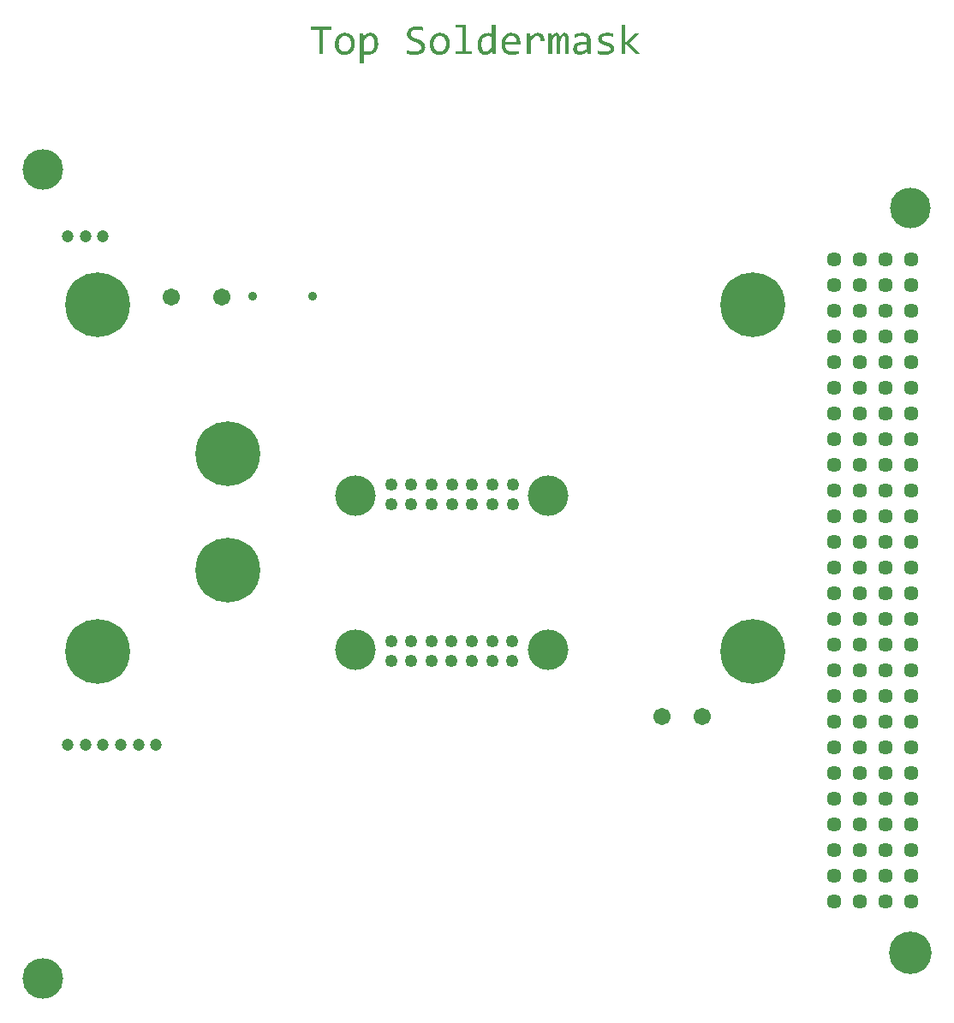
<source format=gts>
G04 Layer_Color=8388736*
%FSLAX25Y25*%
%MOIN*%
G70*
G01*
G75*
%ADD13C,0.15748*%
%ADD16C,0.04921*%
%ADD17C,0.03543*%
%ADD27C,0.04737*%
%ADD28C,0.16548*%
%ADD29C,0.15800*%
%ADD30C,0.25200*%
%ADD31C,0.05721*%
%ADD32C,0.06706*%
G36*
X-23302Y237941D02*
X-26472D01*
Y228466D01*
X-27948D01*
Y237941D01*
X-31118D01*
Y239179D01*
X-23302D01*
Y237941D01*
D02*
G37*
G36*
X47082Y236829D02*
X47282Y236811D01*
X47519Y236774D01*
X47774Y236738D01*
X48030Y236665D01*
X48285Y236574D01*
X48321Y236556D01*
X48394Y236519D01*
X48521Y236465D01*
X48685Y236374D01*
X48849Y236264D01*
X49050Y236137D01*
X49232Y235973D01*
X49414Y235791D01*
X49432Y235772D01*
X49487Y235700D01*
X49578Y235590D01*
X49669Y235463D01*
X49779Y235280D01*
X49906Y235080D01*
X50015Y234843D01*
X50107Y234588D01*
X50125Y234552D01*
X50143Y234460D01*
X50179Y234315D01*
X50234Y234133D01*
X50270Y233896D01*
X50307Y233641D01*
X50325Y233349D01*
X50343Y233021D01*
Y233003D01*
Y232966D01*
Y232912D01*
Y232839D01*
Y232675D01*
X50325Y232493D01*
Y232456D01*
Y232365D01*
Y232256D01*
X50307Y232128D01*
X44531D01*
Y232110D01*
Y232074D01*
Y232001D01*
X44550Y231928D01*
Y231819D01*
X44568Y231691D01*
X44622Y231399D01*
X44695Y231090D01*
X44823Y230762D01*
X44987Y230452D01*
X45224Y230179D01*
X45260Y230142D01*
X45351Y230069D01*
X45515Y229960D01*
X45752Y229851D01*
X46044Y229723D01*
X46390Y229614D01*
X46791Y229541D01*
X47264Y229505D01*
X47720D01*
X47975Y229523D01*
X48030D01*
X48102Y229541D01*
X48193D01*
X48430Y229577D01*
X48667Y229596D01*
X48685D01*
X48722Y229614D01*
X48795D01*
X48886Y229632D01*
X49086Y229669D01*
X49323Y229705D01*
X49341D01*
X49378Y229723D01*
X49432Y229742D01*
X49505Y229760D01*
X49706Y229796D01*
X49906Y229851D01*
Y228685D01*
X49888D01*
X49797Y228666D01*
X49687Y228630D01*
X49523Y228594D01*
X49323Y228557D01*
X49104Y228503D01*
X48849Y228466D01*
X48576Y228430D01*
X48540D01*
X48449Y228412D01*
X48303Y228393D01*
X48121Y228375D01*
X47884Y228357D01*
X47629Y228339D01*
X47355Y228320D01*
X46882D01*
X46681Y228339D01*
X46444Y228357D01*
X46153Y228393D01*
X45843Y228430D01*
X45533Y228503D01*
X45242Y228594D01*
X45205Y228612D01*
X45114Y228648D01*
X44969Y228721D01*
X44805Y228812D01*
X44604Y228922D01*
X44385Y229067D01*
X44185Y229231D01*
X43985Y229432D01*
X43966Y229450D01*
X43912Y229523D01*
X43821Y229650D01*
X43711Y229796D01*
X43584Y229997D01*
X43475Y230215D01*
X43347Y230488D01*
X43256Y230762D01*
Y230780D01*
Y230798D01*
X43219Y230908D01*
X43183Y231072D01*
X43146Y231290D01*
X43110Y231563D01*
X43074Y231855D01*
X43055Y232201D01*
X43037Y232566D01*
Y232584D01*
Y232602D01*
Y232711D01*
X43055Y232875D01*
X43074Y233094D01*
X43092Y233331D01*
X43146Y233604D01*
X43201Y233896D01*
X43274Y234187D01*
Y234205D01*
X43292Y234224D01*
X43329Y234315D01*
X43383Y234460D01*
X43456Y234661D01*
X43566Y234861D01*
X43693Y235098D01*
X43839Y235335D01*
X44003Y235554D01*
X44021Y235572D01*
X44094Y235645D01*
X44203Y235754D01*
X44331Y235900D01*
X44513Y236046D01*
X44714Y236210D01*
X44932Y236355D01*
X45187Y236501D01*
X45224Y236519D01*
X45315Y236556D01*
X45461Y236611D01*
X45643Y236683D01*
X45880Y236738D01*
X46153Y236793D01*
X46444Y236829D01*
X46772Y236847D01*
X46918D01*
X47082Y236829D01*
D02*
G37*
G36*
X19369D02*
X19570Y236811D01*
X19825Y236774D01*
X20080Y236720D01*
X20353Y236647D01*
X20627Y236556D01*
X20663Y236538D01*
X20754Y236501D01*
X20882Y236446D01*
X21046Y236355D01*
X21228Y236246D01*
X21428Y236100D01*
X21629Y235936D01*
X21811Y235754D01*
X21829Y235736D01*
X21884Y235663D01*
X21975Y235554D01*
X22084Y235390D01*
X22212Y235208D01*
X22339Y234971D01*
X22449Y234716D01*
X22558Y234442D01*
X22576Y234406D01*
X22594Y234296D01*
X22649Y234133D01*
X22704Y233932D01*
X22740Y233659D01*
X22795Y233349D01*
X22813Y233003D01*
X22831Y232639D01*
Y232620D01*
Y232602D01*
Y232547D01*
Y232474D01*
X22813Y232292D01*
X22795Y232055D01*
X22758Y231782D01*
X22722Y231491D01*
X22649Y231181D01*
X22558Y230871D01*
X22540Y230835D01*
X22503Y230744D01*
X22449Y230598D01*
X22357Y230416D01*
X22248Y230197D01*
X22121Y229960D01*
X21957Y229723D01*
X21775Y229505D01*
X21756Y229486D01*
X21683Y229414D01*
X21574Y229304D01*
X21428Y229177D01*
X21246Y229049D01*
X21046Y228903D01*
X20791Y228758D01*
X20536Y228630D01*
X20499Y228612D01*
X20408Y228575D01*
X20262Y228539D01*
X20062Y228484D01*
X19807Y228412D01*
X19533Y228375D01*
X19224Y228339D01*
X18878Y228320D01*
X18732D01*
X18550Y228339D01*
X18349Y228357D01*
X18094Y228393D01*
X17821Y228430D01*
X17547Y228503D01*
X17274Y228594D01*
X17238Y228612D01*
X17165Y228648D01*
X17037Y228703D01*
X16873Y228794D01*
X16673Y228903D01*
X16491Y229049D01*
X16290Y229213D01*
X16090Y229395D01*
X16072Y229414D01*
X16017Y229486D01*
X15926Y229596D01*
X15816Y229760D01*
X15707Y229942D01*
X15580Y230179D01*
X15470Y230434D01*
X15361Y230707D01*
Y230725D01*
X15343Y230744D01*
X15325Y230853D01*
X15288Y231017D01*
X15234Y231236D01*
X15179Y231509D01*
X15142Y231819D01*
X15124Y232165D01*
X15106Y232529D01*
Y232547D01*
Y232566D01*
Y232620D01*
Y232693D01*
X15124Y232875D01*
X15142Y233094D01*
X15161Y233367D01*
X15215Y233659D01*
X15270Y233969D01*
X15361Y234260D01*
Y234278D01*
X15379Y234296D01*
X15416Y234388D01*
X15470Y234552D01*
X15561Y234734D01*
X15671Y234952D01*
X15816Y235171D01*
X15962Y235408D01*
X16145Y235627D01*
X16163Y235645D01*
X16236Y235718D01*
X16345Y235827D01*
X16491Y235954D01*
X16673Y236100D01*
X16892Y236246D01*
X17128Y236392D01*
X17383Y236519D01*
X17420Y236538D01*
X17511Y236574D01*
X17657Y236629D01*
X17857Y236683D01*
X18112Y236738D01*
X18386Y236793D01*
X18695Y236829D01*
X19041Y236847D01*
X19187D01*
X19369Y236829D01*
D02*
G37*
G36*
X91175Y232930D02*
X94873Y236702D01*
X96768D01*
X92905Y232894D01*
X96987Y228466D01*
X95019D01*
X91175Y232875D01*
Y228466D01*
X89753D01*
Y240054D01*
X91175D01*
Y232930D01*
D02*
G37*
G36*
X74904Y236829D02*
X75104Y236811D01*
X75341Y236774D01*
X75797Y236683D01*
X75815D01*
X75906Y236647D01*
X76015Y236611D01*
X76143Y236556D01*
X76307Y236483D01*
X76471Y236392D01*
X76635Y236301D01*
X76799Y236173D01*
X76817Y236155D01*
X76872Y236119D01*
X76945Y236046D01*
X77036Y235954D01*
X77145Y235827D01*
X77254Y235681D01*
X77346Y235517D01*
X77437Y235335D01*
X77455Y235317D01*
X77473Y235244D01*
X77509Y235135D01*
X77564Y234989D01*
X77601Y234825D01*
X77637Y234606D01*
X77655Y234388D01*
X77673Y234133D01*
Y228466D01*
X76380D01*
X76343Y229559D01*
X76307Y229523D01*
X76234Y229450D01*
X76088Y229341D01*
X75924Y229195D01*
X75706Y229049D01*
X75487Y228885D01*
X75232Y228739D01*
X74977Y228612D01*
X74940Y228594D01*
X74849Y228575D01*
X74722Y228521D01*
X74540Y228466D01*
X74321Y228412D01*
X74066Y228375D01*
X73811Y228339D01*
X73519Y228320D01*
X73410D01*
X73282Y228339D01*
X73118D01*
X72918Y228357D01*
X72718Y228393D01*
X72317Y228484D01*
X72299D01*
X72244Y228521D01*
X72153Y228557D01*
X72025Y228612D01*
X71770Y228776D01*
X71497Y228976D01*
X71479Y228994D01*
X71442Y229031D01*
X71387Y229104D01*
X71315Y229195D01*
X71242Y229304D01*
X71151Y229432D01*
X71023Y229723D01*
Y229742D01*
X71005Y229796D01*
X70987Y229887D01*
X70950Y229997D01*
X70932Y230142D01*
X70896Y230306D01*
X70877Y230652D01*
Y230671D01*
Y230707D01*
Y230780D01*
X70896Y230853D01*
X70914Y230962D01*
X70932Y231090D01*
X70987Y231363D01*
X71096Y231673D01*
X71260Y232001D01*
X71369Y232165D01*
X71497Y232311D01*
X71624Y232456D01*
X71788Y232602D01*
X71807D01*
X71825Y232639D01*
X71880Y232675D01*
X71971Y232711D01*
X72062Y232766D01*
X72171Y232821D01*
X72317Y232894D01*
X72481Y232966D01*
X72663Y233021D01*
X72863Y233094D01*
X73082Y233149D01*
X73337Y233203D01*
X73592Y233240D01*
X73884Y233276D01*
X74193Y233313D01*
X76234D01*
Y234023D01*
Y234060D01*
Y234151D01*
X76216Y234278D01*
X76179Y234442D01*
X76125Y234625D01*
X76034Y234825D01*
X75924Y235007D01*
X75760Y235189D01*
X75742Y235208D01*
X75669Y235262D01*
X75560Y235335D01*
X75414Y235408D01*
X75214Y235481D01*
X74959Y235554D01*
X74667Y235608D01*
X74339Y235627D01*
X74084D01*
X73902Y235608D01*
X73683Y235590D01*
X73465Y235554D01*
X72954Y235463D01*
X72918D01*
X72845Y235426D01*
X72699Y235390D01*
X72535Y235353D01*
X72317Y235280D01*
X72080Y235208D01*
X71825Y235116D01*
X71570Y235025D01*
Y236319D01*
X71588D01*
X71624Y236337D01*
X71661Y236355D01*
X71734Y236374D01*
X71916Y236428D01*
X72153Y236501D01*
X72171D01*
X72207Y236519D01*
X72280Y236538D01*
X72371Y236556D01*
X72608Y236611D01*
X72863Y236665D01*
X72882D01*
X72936Y236683D01*
X73009Y236702D01*
X73100Y236720D01*
X73210Y236738D01*
X73337Y236756D01*
X73629Y236793D01*
X73647D01*
X73702Y236811D01*
X73774D01*
X73884Y236829D01*
X74011D01*
X74139Y236847D01*
X74722D01*
X74904Y236829D01*
D02*
G37*
G36*
X29135Y229650D02*
X31595D01*
Y228466D01*
X24999D01*
Y229650D01*
X27696D01*
Y238888D01*
X25273D01*
Y240054D01*
X29135D01*
Y229650D01*
D02*
G37*
G36*
X-17581Y236829D02*
X-17380Y236811D01*
X-17125Y236774D01*
X-16870Y236720D01*
X-16597Y236647D01*
X-16324Y236556D01*
X-16287Y236538D01*
X-16196Y236501D01*
X-16069Y236446D01*
X-15904Y236355D01*
X-15722Y236246D01*
X-15522Y236100D01*
X-15321Y235936D01*
X-15139Y235754D01*
X-15121Y235736D01*
X-15066Y235663D01*
X-14975Y235554D01*
X-14866Y235390D01*
X-14738Y235208D01*
X-14611Y234971D01*
X-14502Y234716D01*
X-14392Y234442D01*
X-14374Y234406D01*
X-14356Y234296D01*
X-14301Y234133D01*
X-14246Y233932D01*
X-14210Y233659D01*
X-14155Y233349D01*
X-14137Y233003D01*
X-14119Y232639D01*
Y232620D01*
Y232602D01*
Y232547D01*
Y232474D01*
X-14137Y232292D01*
X-14155Y232055D01*
X-14192Y231782D01*
X-14228Y231491D01*
X-14301Y231181D01*
X-14392Y230871D01*
X-14411Y230835D01*
X-14447Y230744D01*
X-14502Y230598D01*
X-14593Y230416D01*
X-14702Y230197D01*
X-14830Y229960D01*
X-14994Y229723D01*
X-15176Y229505D01*
X-15194Y229486D01*
X-15267Y229414D01*
X-15376Y229304D01*
X-15522Y229177D01*
X-15704Y229049D01*
X-15904Y228903D01*
X-16160Y228758D01*
X-16415Y228630D01*
X-16451Y228612D01*
X-16542Y228575D01*
X-16688Y228539D01*
X-16888Y228484D01*
X-17143Y228412D01*
X-17417Y228375D01*
X-17727Y228339D01*
X-18073Y228320D01*
X-18218D01*
X-18401Y228339D01*
X-18601Y228357D01*
X-18856Y228393D01*
X-19129Y228430D01*
X-19403Y228503D01*
X-19676Y228594D01*
X-19713Y228612D01*
X-19785Y228648D01*
X-19913Y228703D01*
X-20077Y228794D01*
X-20277Y228903D01*
X-20459Y229049D01*
X-20660Y229213D01*
X-20860Y229395D01*
X-20879Y229414D01*
X-20933Y229486D01*
X-21024Y229596D01*
X-21134Y229760D01*
X-21243Y229942D01*
X-21371Y230179D01*
X-21480Y230434D01*
X-21589Y230707D01*
Y230725D01*
X-21607Y230744D01*
X-21626Y230853D01*
X-21662Y231017D01*
X-21717Y231236D01*
X-21771Y231509D01*
X-21808Y231819D01*
X-21826Y232165D01*
X-21844Y232529D01*
Y232547D01*
Y232566D01*
Y232620D01*
Y232693D01*
X-21826Y232875D01*
X-21808Y233094D01*
X-21790Y233367D01*
X-21735Y233659D01*
X-21680Y233969D01*
X-21589Y234260D01*
Y234278D01*
X-21571Y234296D01*
X-21534Y234388D01*
X-21480Y234552D01*
X-21389Y234734D01*
X-21279Y234952D01*
X-21134Y235171D01*
X-20988Y235408D01*
X-20806Y235627D01*
X-20787Y235645D01*
X-20715Y235718D01*
X-20605Y235827D01*
X-20459Y235954D01*
X-20277Y236100D01*
X-20059Y236246D01*
X-19822Y236392D01*
X-19567Y236519D01*
X-19530Y236538D01*
X-19439Y236574D01*
X-19293Y236629D01*
X-19093Y236683D01*
X-18838Y236738D01*
X-18565Y236793D01*
X-18255Y236829D01*
X-17909Y236847D01*
X-17763D01*
X-17581Y236829D01*
D02*
G37*
G36*
X84469D02*
X84652D01*
X85071Y236793D01*
X85089D01*
X85180Y236774D01*
X85289D01*
X85453Y236756D01*
X85636Y236720D01*
X85836Y236702D01*
X86073Y236647D01*
X86310Y236611D01*
Y235335D01*
X86273D01*
X86200Y235371D01*
X86073Y235390D01*
X85891Y235426D01*
X85708Y235463D01*
X85490Y235499D01*
X85034Y235572D01*
X85016D01*
X84925Y235590D01*
X84816Y235608D01*
X84670Y235627D01*
X84506D01*
X84342Y235645D01*
X83978Y235663D01*
X83795D01*
X83668Y235645D01*
X83376Y235627D01*
X83085Y235572D01*
X83066D01*
X83030Y235554D01*
X82957Y235536D01*
X82866Y235517D01*
X82684Y235426D01*
X82484Y235335D01*
X82447Y235317D01*
X82356Y235244D01*
X82265Y235135D01*
X82174Y235007D01*
X82156Y234971D01*
X82137Y234880D01*
X82101Y234752D01*
X82083Y234588D01*
Y234570D01*
Y234552D01*
X82101Y234460D01*
X82119Y234333D01*
X82156Y234187D01*
X82174Y234151D01*
X82228Y234078D01*
X82338Y233969D01*
X82484Y233841D01*
X82502D01*
X82520Y233805D01*
X82575Y233786D01*
X82648Y233732D01*
X82757Y233677D01*
X82866Y233622D01*
X82994Y233568D01*
X83139Y233495D01*
X83158D01*
X83212Y233458D01*
X83303Y233440D01*
X83431Y233385D01*
X83595Y233331D01*
X83777Y233276D01*
X83978Y233222D01*
X84214Y233149D01*
X84251Y233130D01*
X84342Y233112D01*
X84469Y233076D01*
X84652Y233003D01*
X84852Y232948D01*
X85053Y232857D01*
X85253Y232784D01*
X85453Y232693D01*
X85472Y232675D01*
X85545Y232657D01*
X85617Y232602D01*
X85745Y232547D01*
X86000Y232365D01*
X86255Y232165D01*
X86273Y232147D01*
X86310Y232110D01*
X86364Y232055D01*
X86437Y231983D01*
X86583Y231782D01*
X86656Y231655D01*
X86711Y231527D01*
Y231509D01*
X86729Y231472D01*
X86765Y231381D01*
X86783Y231290D01*
X86820Y231163D01*
X86838Y231035D01*
X86856Y230707D01*
Y230689D01*
Y230634D01*
Y230543D01*
X86838Y230452D01*
X86783Y230197D01*
X86692Y229924D01*
Y229906D01*
X86674Y229869D01*
X86638Y229796D01*
X86583Y229723D01*
X86456Y229523D01*
X86291Y229304D01*
X86273Y229286D01*
X86255Y229268D01*
X86200Y229213D01*
X86128Y229158D01*
X85927Y229013D01*
X85690Y228849D01*
X85672D01*
X85636Y228812D01*
X85563Y228794D01*
X85472Y228739D01*
X85253Y228648D01*
X84980Y228557D01*
X84961D01*
X84925Y228539D01*
X84834Y228521D01*
X84743Y228503D01*
X84633Y228466D01*
X84488Y228448D01*
X84196Y228393D01*
X84178D01*
X84123Y228375D01*
X84050D01*
X83941Y228357D01*
X83704Y228339D01*
X83413Y228320D01*
X83103D01*
X82903Y228339D01*
X82666D01*
X82411Y228357D01*
X81864Y228393D01*
X81828D01*
X81755Y228412D01*
X81609Y228430D01*
X81445Y228448D01*
X81226Y228484D01*
X81008Y228521D01*
X80516Y228630D01*
Y229942D01*
X80552D01*
X80643Y229906D01*
X80771Y229869D01*
X80953Y229814D01*
X81172Y229760D01*
X81409Y229705D01*
X81937Y229614D01*
X81973D01*
X82064Y229596D01*
X82192Y229577D01*
X82374D01*
X82593Y229559D01*
X82830Y229541D01*
X83358Y229523D01*
X83522D01*
X83704Y229541D01*
X83923Y229559D01*
X84178Y229596D01*
X84433Y229632D01*
X84670Y229705D01*
X84870Y229796D01*
X84888Y229814D01*
X84943Y229851D01*
X85034Y229906D01*
X85125Y229997D01*
X85216Y230106D01*
X85308Y230252D01*
X85362Y230416D01*
X85381Y230598D01*
Y230616D01*
Y230634D01*
X85362Y230725D01*
X85344Y230853D01*
X85289Y230980D01*
X85271Y231017D01*
X85235Y231090D01*
X85144Y231199D01*
X84998Y231327D01*
X84961Y231363D01*
X84907Y231381D01*
X84852Y231436D01*
X84761Y231472D01*
X84652Y231527D01*
X84506Y231600D01*
X84360Y231655D01*
X84342D01*
X84287Y231691D01*
X84196Y231728D01*
X84050Y231782D01*
X83886Y231837D01*
X83686Y231910D01*
X83467Y231983D01*
X83194Y232055D01*
X83176D01*
X83103Y232092D01*
X82994Y232110D01*
X82866Y232165D01*
X82702Y232219D01*
X82538Y232274D01*
X82174Y232420D01*
X82156Y232438D01*
X82101Y232456D01*
X82010Y232511D01*
X81901Y232566D01*
X81627Y232711D01*
X81354Y232912D01*
X81336Y232930D01*
X81299Y232966D01*
X81226Y233021D01*
X81153Y233112D01*
X80971Y233313D01*
X80807Y233586D01*
Y233604D01*
X80771Y233659D01*
X80753Y233732D01*
X80716Y233841D01*
X80680Y233969D01*
X80661Y234133D01*
X80625Y234315D01*
Y234497D01*
Y234515D01*
Y234552D01*
Y234625D01*
X80643Y234716D01*
X80661Y234825D01*
X80680Y234952D01*
X80771Y235244D01*
Y235262D01*
X80807Y235317D01*
X80844Y235390D01*
X80898Y235499D01*
X80971Y235608D01*
X81062Y235736D01*
X81190Y235882D01*
X81317Y236009D01*
X81336Y236027D01*
X81390Y236064D01*
X81481Y236137D01*
X81591Y236228D01*
X81736Y236319D01*
X81919Y236410D01*
X82119Y236519D01*
X82356Y236611D01*
X82392Y236629D01*
X82484Y236647D01*
X82611Y236683D01*
X82811Y236738D01*
X83048Y236774D01*
X83322Y236811D01*
X83650Y236829D01*
X83996Y236847D01*
X84324D01*
X84469Y236829D01*
D02*
G37*
G36*
X40723Y228466D02*
X39430D01*
X39375Y230015D01*
Y229997D01*
X39357Y229978D01*
X39266Y229869D01*
X39156Y229723D01*
X38992Y229523D01*
X38792Y229323D01*
X38573Y229104D01*
X38337Y228903D01*
X38081Y228721D01*
X38045Y228703D01*
X37954Y228666D01*
X37826Y228594D01*
X37626Y228521D01*
X37407Y228448D01*
X37152Y228375D01*
X36879Y228339D01*
X36569Y228320D01*
X36460D01*
X36314Y228339D01*
X36150Y228357D01*
X35968Y228393D01*
X35749Y228448D01*
X35549Y228521D01*
X35330Y228612D01*
X35312Y228630D01*
X35239Y228666D01*
X35148Y228739D01*
X35020Y228831D01*
X34875Y228940D01*
X34729Y229086D01*
X34583Y229250D01*
X34437Y229432D01*
X34419Y229450D01*
X34383Y229523D01*
X34310Y229650D01*
X34237Y229796D01*
X34146Y229997D01*
X34055Y230215D01*
X33964Y230452D01*
X33891Y230725D01*
Y230762D01*
X33873Y230853D01*
X33836Y231017D01*
X33818Y231217D01*
X33781Y231472D01*
X33745Y231764D01*
X33727Y232074D01*
Y232402D01*
Y232420D01*
Y232456D01*
Y232511D01*
Y232584D01*
X33745Y232766D01*
X33763Y233021D01*
X33800Y233313D01*
X33836Y233622D01*
X33909Y233950D01*
X34000Y234260D01*
Y234278D01*
X34018Y234296D01*
X34055Y234406D01*
X34128Y234552D01*
X34219Y234734D01*
X34328Y234952D01*
X34474Y235189D01*
X34638Y235426D01*
X34820Y235645D01*
X34838Y235663D01*
X34911Y235736D01*
X35020Y235845D01*
X35184Y235973D01*
X35367Y236100D01*
X35585Y236246D01*
X35822Y236374D01*
X36095Y236501D01*
X36132Y236519D01*
X36223Y236556D01*
X36387Y236592D01*
X36587Y236647D01*
X36824Y236702D01*
X37116Y236756D01*
X37426Y236774D01*
X37753Y236793D01*
X37990D01*
X38245Y236774D01*
X38519Y236738D01*
X38537D01*
X38592Y236720D01*
X38664D01*
X38756Y236702D01*
X39011Y236647D01*
X39284Y236574D01*
Y240054D01*
X40723D01*
Y228466D01*
D02*
G37*
G36*
X10514Y239325D02*
X10733Y239307D01*
X10842D01*
X10934Y239289D01*
X11134Y239271D01*
X11371Y239234D01*
X11426D01*
X11498Y239216D01*
X11571D01*
X11772Y239179D01*
X12009Y239143D01*
X12063D01*
X12136Y239125D01*
X12209Y239107D01*
X12409Y239070D01*
X12610Y239034D01*
Y237722D01*
X12573D01*
X12501Y237758D01*
X12373Y237776D01*
X12209Y237813D01*
X12027Y237849D01*
X11808Y237904D01*
X11334Y237977D01*
X11316D01*
X11225Y237995D01*
X11116Y238013D01*
X10952Y238032D01*
X10770Y238050D01*
X10551Y238068D01*
X10114Y238086D01*
X9913D01*
X9695Y238068D01*
X9421Y238032D01*
X9112Y237977D01*
X8802Y237904D01*
X8529Y237795D01*
X8273Y237649D01*
X8255Y237631D01*
X8182Y237576D01*
X8091Y237485D01*
X7982Y237357D01*
X7873Y237193D01*
X7782Y236993D01*
X7709Y236774D01*
X7690Y236519D01*
Y236501D01*
Y236446D01*
X7709Y236374D01*
X7727Y236264D01*
X7800Y236027D01*
X7854Y235900D01*
X7927Y235772D01*
X7946Y235754D01*
X7964Y235718D01*
X8018Y235663D01*
X8091Y235590D01*
X8292Y235408D01*
X8547Y235208D01*
X8565Y235189D01*
X8620Y235171D01*
X8692Y235116D01*
X8820Y235062D01*
X8948Y234989D01*
X9093Y234916D01*
X9458Y234770D01*
X9476D01*
X9549Y234734D01*
X9640Y234697D01*
X9786Y234643D01*
X9932Y234588D01*
X10095Y234515D01*
X10478Y234351D01*
X10496D01*
X10569Y234315D01*
X10678Y234278D01*
X10806Y234224D01*
X10970Y234151D01*
X11134Y234078D01*
X11517Y233896D01*
X11535Y233877D01*
X11608Y233859D01*
X11699Y233805D01*
X11826Y233732D01*
X12118Y233531D01*
X12409Y233294D01*
X12428Y233276D01*
X12482Y233240D01*
X12555Y233167D01*
X12646Y233058D01*
X12737Y232948D01*
X12847Y232803D01*
X13047Y232474D01*
X13065Y232456D01*
X13083Y232383D01*
X13120Y232292D01*
X13175Y232165D01*
X13229Y232001D01*
X13266Y231800D01*
X13284Y231600D01*
X13302Y231363D01*
Y231327D01*
Y231236D01*
X13284Y231090D01*
X13266Y230908D01*
X13229Y230707D01*
X13156Y230470D01*
X13083Y230234D01*
X12974Y230015D01*
X12956Y229997D01*
X12920Y229924D01*
X12847Y229814D01*
X12756Y229687D01*
X12628Y229541D01*
X12482Y229377D01*
X12300Y229213D01*
X12100Y229067D01*
X12081Y229049D01*
X12009Y229013D01*
X11881Y228940D01*
X11735Y228849D01*
X11535Y228758D01*
X11316Y228666D01*
X11061Y228575D01*
X10770Y228503D01*
X10733D01*
X10642Y228466D01*
X10478Y228448D01*
X10259Y228412D01*
X10004Y228375D01*
X9713Y228357D01*
X9385Y228320D01*
X8784D01*
X8638Y228339D01*
X8510D01*
X8182Y228357D01*
X8110D01*
X8037Y228375D01*
X7927D01*
X7672Y228412D01*
X7381Y228448D01*
X7308D01*
X7235Y228466D01*
X7144D01*
X6907Y228503D01*
X6652Y228539D01*
X6634D01*
X6597Y228557D01*
X6524Y228575D01*
X6451Y228594D01*
X6251Y228648D01*
X6032Y228703D01*
Y230106D01*
X6069Y230088D01*
X6142Y230069D01*
X6269Y230033D01*
X6433Y229978D01*
X6634Y229906D01*
X6870Y229851D01*
X7126Y229796D01*
X7399Y229742D01*
X7435D01*
X7526Y229723D01*
X7690Y229705D01*
X7909Y229687D01*
X8164Y229650D01*
X8456Y229632D01*
X8784Y229614D01*
X9403D01*
X9567Y229632D01*
X9749D01*
X9950Y229669D01*
X10150Y229687D01*
X10351Y229723D01*
X10369D01*
X10442Y229742D01*
X10514Y229778D01*
X10642Y229796D01*
X10897Y229906D01*
X11152Y230033D01*
X11170Y230051D01*
X11207Y230069D01*
X11261Y230124D01*
X11334Y230179D01*
X11498Y230343D01*
X11626Y230561D01*
Y230580D01*
X11644Y230616D01*
X11681Y230689D01*
X11699Y230780D01*
X11735Y230889D01*
X11754Y231017D01*
X11772Y231290D01*
Y231308D01*
Y231363D01*
X11754Y231436D01*
X11735Y231545D01*
X11662Y231782D01*
X11608Y231891D01*
X11517Y232019D01*
X11498Y232037D01*
X11480Y232074D01*
X11426Y232128D01*
X11353Y232201D01*
X11261Y232292D01*
X11152Y232383D01*
X10879Y232566D01*
X10861Y232584D01*
X10806Y232602D01*
X10733Y232657D01*
X10624Y232711D01*
X10496Y232784D01*
X10351Y232857D01*
X9986Y233021D01*
X9968Y233039D01*
X9895Y233058D01*
X9804Y233094D01*
X9658Y233149D01*
X9512Y233203D01*
X9330Y233276D01*
X8948Y233422D01*
X8929Y233440D01*
X8856Y233458D01*
X8765Y233513D01*
X8638Y233568D01*
X8474Y233641D01*
X8310Y233714D01*
X7927Y233896D01*
X7909Y233914D01*
X7836Y233950D01*
X7745Y233987D01*
X7617Y234060D01*
X7490Y234151D01*
X7326Y234242D01*
X7016Y234479D01*
X6998Y234497D01*
X6962Y234533D01*
X6889Y234606D01*
X6798Y234716D01*
X6707Y234825D01*
X6597Y234971D01*
X6397Y235280D01*
X6379Y235299D01*
X6360Y235371D01*
X6324Y235463D01*
X6288Y235590D01*
X6233Y235754D01*
X6196Y235936D01*
X6178Y236155D01*
X6160Y236374D01*
Y236392D01*
Y236465D01*
X6178Y236574D01*
X6196Y236720D01*
X6215Y236884D01*
X6251Y237066D01*
X6306Y237266D01*
X6379Y237467D01*
X6397Y237485D01*
X6415Y237558D01*
X6488Y237649D01*
X6561Y237776D01*
X6652Y237922D01*
X6779Y238086D01*
X6925Y238250D01*
X7089Y238414D01*
X7107Y238433D01*
X7180Y238487D01*
X7290Y238560D01*
X7435Y238651D01*
X7599Y238760D01*
X7818Y238870D01*
X8055Y238979D01*
X8328Y239088D01*
X8365Y239107D01*
X8474Y239125D01*
X8620Y239161D01*
X8838Y239216D01*
X9112Y239271D01*
X9421Y239307D01*
X9768Y239325D01*
X10150Y239344D01*
X10332D01*
X10514Y239325D01*
D02*
G37*
G36*
X67725Y236829D02*
X67816Y236811D01*
X67944Y236774D01*
X68072Y236720D01*
X68217Y236647D01*
X68363Y236556D01*
X68509Y236428D01*
X68655Y236264D01*
X68782Y236064D01*
X68910Y235845D01*
X69001Y235572D01*
X69074Y235244D01*
X69128Y234880D01*
X69147Y234460D01*
Y228466D01*
X67725D01*
Y234369D01*
Y234388D01*
Y234442D01*
Y234497D01*
Y234588D01*
X67707Y234788D01*
X67689Y234989D01*
Y235007D01*
Y235025D01*
X67671Y235135D01*
X67652Y235262D01*
X67598Y235390D01*
X67580Y235408D01*
X67561Y235463D01*
X67507Y235536D01*
X67452Y235590D01*
X67434Y235608D01*
X67397Y235627D01*
X67325Y235645D01*
X67233Y235663D01*
X67215D01*
X67142Y235645D01*
X67051Y235627D01*
X66942Y235554D01*
X66924Y235536D01*
X66869Y235481D01*
X66778Y235371D01*
X66669Y235226D01*
Y235208D01*
X66650Y235189D01*
X66614Y235135D01*
X66577Y235080D01*
X66468Y234880D01*
X66341Y234643D01*
Y234625D01*
X66304Y234570D01*
X66268Y234497D01*
X66213Y234388D01*
X66158Y234260D01*
X66085Y234114D01*
X66013Y233932D01*
X65921Y233750D01*
Y228466D01*
X64500D01*
Y234224D01*
Y234242D01*
Y234296D01*
Y234369D01*
Y234479D01*
X64482Y234716D01*
X64464Y234934D01*
Y234952D01*
Y234989D01*
X64446Y235098D01*
X64428Y235244D01*
X64373Y235371D01*
X64355Y235390D01*
X64336Y235463D01*
X64282Y235536D01*
X64227Y235590D01*
X64209Y235608D01*
X64172Y235627D01*
X64100Y235645D01*
X64008Y235663D01*
X63990D01*
X63917Y235645D01*
X63826Y235627D01*
X63735Y235572D01*
X63717Y235554D01*
X63662Y235499D01*
X63571Y235408D01*
X63462Y235262D01*
X63444Y235226D01*
X63371Y235116D01*
X63261Y234934D01*
X63134Y234697D01*
Y234679D01*
X63097Y234625D01*
X63061Y234552D01*
X63006Y234442D01*
X62952Y234315D01*
X62879Y234151D01*
X62788Y233950D01*
X62697Y233750D01*
Y228466D01*
X61275D01*
Y236702D01*
X62441D01*
X62514Y235135D01*
X62533Y235153D01*
X62551Y235208D01*
X62587Y235299D01*
X62642Y235408D01*
X62788Y235663D01*
X62933Y235918D01*
X62952Y235936D01*
X62970Y235973D01*
X63006Y236027D01*
X63061Y236100D01*
X63188Y236282D01*
X63353Y236446D01*
X63371Y236465D01*
X63389Y236483D01*
X63498Y236556D01*
X63644Y236647D01*
X63808Y236738D01*
X63826D01*
X63844Y236756D01*
X63972Y236793D01*
X64136Y236829D01*
X64336Y236847D01*
X64446D01*
X64573Y236829D01*
X64719Y236793D01*
X64883Y236738D01*
X65047Y236665D01*
X65211Y236556D01*
X65357Y236410D01*
X65375Y236392D01*
X65411Y236337D01*
X65466Y236228D01*
X65539Y236082D01*
X65594Y235882D01*
X65648Y235663D01*
X65685Y235390D01*
X65703Y235062D01*
X65721Y235080D01*
X65739Y235135D01*
X65776Y235208D01*
X65830Y235317D01*
X65958Y235554D01*
X66085Y235809D01*
Y235827D01*
X66122Y235863D01*
X66158Y235936D01*
X66213Y236009D01*
X66341Y236191D01*
X66486Y236374D01*
X66505Y236392D01*
X66523Y236410D01*
X66632Y236501D01*
X66778Y236611D01*
X66960Y236720D01*
X66978D01*
X67015Y236738D01*
X67069Y236756D01*
X67142Y236793D01*
X67343Y236829D01*
X67580Y236847D01*
X67652D01*
X67725Y236829D01*
D02*
G37*
G36*
X57376D02*
X57467D01*
X57595Y236811D01*
X57886Y236738D01*
X58196Y236647D01*
X58506Y236501D01*
X58816Y236282D01*
X58961Y236155D01*
X59089Y236009D01*
X59126Y235973D01*
X59144Y235918D01*
X59198Y235863D01*
X59235Y235772D01*
X59289Y235663D01*
X59362Y235536D01*
X59417Y235390D01*
X59472Y235226D01*
X59526Y235062D01*
X59581Y234861D01*
X59636Y234643D01*
X59672Y234388D01*
X59690Y234133D01*
X59708Y233859D01*
Y233568D01*
X58269D01*
Y233586D01*
Y233622D01*
Y233677D01*
Y233750D01*
X58251Y233932D01*
X58233Y234151D01*
X58196Y234406D01*
X58142Y234661D01*
X58051Y234916D01*
X57941Y235116D01*
X57923Y235135D01*
X57886Y235189D01*
X57795Y235280D01*
X57686Y235371D01*
X57540Y235444D01*
X57376Y235536D01*
X57176Y235590D01*
X56939Y235608D01*
X56830D01*
X56775Y235590D01*
X56593Y235572D01*
X56374Y235499D01*
X56356D01*
X56320Y235481D01*
X56265Y235463D01*
X56192Y235426D01*
X55992Y235317D01*
X55773Y235171D01*
X55755Y235153D01*
X55718Y235135D01*
X55664Y235080D01*
X55573Y235025D01*
X55372Y234825D01*
X55117Y234588D01*
X55099Y234570D01*
X55062Y234533D01*
X54989Y234460D01*
X54898Y234351D01*
X54789Y234224D01*
X54662Y234096D01*
X54534Y233932D01*
X54388Y233750D01*
Y228466D01*
X52949D01*
Y236702D01*
X54242D01*
X54279Y235171D01*
Y235189D01*
X54315Y235208D01*
X54406Y235317D01*
X54552Y235463D01*
X54734Y235663D01*
X54953Y235863D01*
X55190Y236082D01*
X55445Y236282D01*
X55718Y236446D01*
X55755Y236465D01*
X55846Y236501D01*
X55973Y236574D01*
X56174Y236647D01*
X56374Y236720D01*
X56629Y236793D01*
X56884Y236829D01*
X57158Y236847D01*
X57285D01*
X57376Y236829D01*
D02*
G37*
G36*
X-7614D02*
X-7450Y236811D01*
X-7250Y236774D01*
X-7050Y236720D01*
X-6831Y236647D01*
X-6630Y236538D01*
X-6612Y236519D01*
X-6539Y236483D01*
X-6448Y236410D01*
X-6321Y236319D01*
X-6175Y236210D01*
X-6029Y236064D01*
X-5883Y235900D01*
X-5738Y235700D01*
X-5720Y235681D01*
X-5683Y235608D01*
X-5610Y235499D01*
X-5537Y235335D01*
X-5446Y235153D01*
X-5355Y234934D01*
X-5264Y234679D01*
X-5191Y234406D01*
Y234369D01*
X-5155Y234278D01*
X-5136Y234114D01*
X-5100Y233914D01*
X-5064Y233677D01*
X-5045Y233385D01*
X-5009Y233076D01*
Y232730D01*
Y232711D01*
Y232675D01*
Y232620D01*
Y232547D01*
X-5027Y232329D01*
X-5045Y232074D01*
X-5082Y231764D01*
X-5136Y231454D01*
X-5209Y231126D01*
X-5319Y230798D01*
X-5337Y230762D01*
X-5373Y230671D01*
X-5446Y230525D01*
X-5537Y230325D01*
X-5665Y230124D01*
X-5811Y229887D01*
X-5975Y229669D01*
X-6175Y229450D01*
X-6193Y229432D01*
X-6266Y229359D01*
X-6394Y229268D01*
X-6539Y229140D01*
X-6722Y229013D01*
X-6959Y228867D01*
X-7195Y228739D01*
X-7469Y228630D01*
X-7505Y228612D01*
X-7596Y228594D01*
X-7742Y228557D01*
X-7942Y228503D01*
X-8179Y228448D01*
X-8452Y228412D01*
X-8744Y228393D01*
X-9054Y228375D01*
X-9309D01*
X-9546Y228393D01*
X-9837Y228430D01*
X-9910D01*
X-9983Y228448D01*
X-10074Y228466D01*
X-10202D01*
X-10329Y228484D01*
X-10621Y228539D01*
Y225095D01*
X-12042D01*
Y236702D01*
X-10785D01*
X-10694Y235317D01*
Y235335D01*
X-10657Y235353D01*
X-10584Y235463D01*
X-10457Y235608D01*
X-10293Y235772D01*
X-10092Y235973D01*
X-9874Y236173D01*
X-9637Y236355D01*
X-9382Y236501D01*
X-9345Y236519D01*
X-9254Y236556D01*
X-9127Y236611D01*
X-8926Y236683D01*
X-8708Y236738D01*
X-8452Y236793D01*
X-8161Y236829D01*
X-7869Y236847D01*
X-7742D01*
X-7614Y236829D01*
D02*
G37*
%LPC*%
G36*
X46900Y235700D02*
X46535D01*
X46426Y235681D01*
X46299Y235663D01*
X46153Y235627D01*
X45843Y235517D01*
X45825D01*
X45788Y235481D01*
X45716Y235444D01*
X45625Y235390D01*
X45406Y235226D01*
X45187Y235007D01*
X45169Y234989D01*
X45151Y234952D01*
X45096Y234880D01*
X45023Y234788D01*
X44950Y234679D01*
X44877Y234533D01*
X44732Y234224D01*
Y234205D01*
X44714Y234151D01*
X44677Y234060D01*
X44641Y233932D01*
X44604Y233786D01*
X44586Y233604D01*
X44531Y233222D01*
X48868D01*
Y233240D01*
Y233313D01*
Y233422D01*
Y233549D01*
X48849Y233695D01*
X48831Y233859D01*
X48740Y234205D01*
Y234224D01*
X48722Y234278D01*
X48685Y234369D01*
X48649Y234479D01*
X48521Y234734D01*
X48339Y234989D01*
X48321Y235007D01*
X48285Y235044D01*
X48230Y235098D01*
X48157Y235171D01*
X48048Y235262D01*
X47938Y235335D01*
X47647Y235499D01*
X47629Y235517D01*
X47574Y235536D01*
X47483Y235572D01*
X47374Y235608D01*
X47246Y235645D01*
X47082Y235663D01*
X46900Y235700D01*
D02*
G37*
G36*
X19169Y235627D02*
X18859D01*
X18732Y235608D01*
X18586Y235590D01*
X18404Y235572D01*
X18222Y235517D01*
X18039Y235463D01*
X17857Y235371D01*
X17839Y235353D01*
X17784Y235317D01*
X17693Y235262D01*
X17602Y235189D01*
X17474Y235098D01*
X17347Y234989D01*
X17110Y234697D01*
X17092Y234679D01*
X17055Y234625D01*
X17019Y234533D01*
X16946Y234424D01*
X16873Y234278D01*
X16819Y234114D01*
X16746Y233932D01*
X16691Y233732D01*
Y233714D01*
X16673Y233641D01*
X16655Y233531D01*
X16636Y233385D01*
X16600Y233203D01*
X16582Y233003D01*
X16564Y232566D01*
Y232529D01*
Y232438D01*
X16582Y232292D01*
Y232110D01*
X16600Y231910D01*
X16636Y231673D01*
X16727Y231217D01*
Y231199D01*
X16764Y231126D01*
X16800Y231017D01*
X16855Y230889D01*
X17001Y230580D01*
X17201Y230270D01*
X17220Y230252D01*
X17256Y230215D01*
X17329Y230142D01*
X17420Y230069D01*
X17529Y229978D01*
X17657Y229887D01*
X17948Y229705D01*
X17966D01*
X18021Y229669D01*
X18131Y229650D01*
X18240Y229614D01*
X18404Y229577D01*
X18568Y229559D01*
X18768Y229523D01*
X19078D01*
X19187Y229541D01*
X19351Y229559D01*
X19515Y229577D01*
X19697Y229632D01*
X19880Y229687D01*
X20062Y229760D01*
X20080Y229778D01*
X20135Y229814D01*
X20226Y229869D01*
X20335Y229942D01*
X20444Y230033D01*
X20572Y230161D01*
X20809Y230434D01*
X20827Y230452D01*
X20864Y230507D01*
X20900Y230598D01*
X20973Y230707D01*
X21046Y230853D01*
X21100Y231017D01*
X21173Y231199D01*
X21228Y231399D01*
Y231418D01*
X21246Y231491D01*
X21283Y231618D01*
X21301Y231764D01*
X21337Y231928D01*
X21355Y232128D01*
X21374Y232566D01*
Y232602D01*
Y232693D01*
Y232839D01*
X21355Y233021D01*
X21337Y233222D01*
X21301Y233458D01*
X21246Y233677D01*
X21191Y233896D01*
Y233914D01*
X21155Y233987D01*
X21118Y234096D01*
X21064Y234242D01*
X20918Y234533D01*
X20827Y234697D01*
X20718Y234843D01*
X20699Y234861D01*
X20663Y234898D01*
X20590Y234971D01*
X20499Y235062D01*
X20390Y235153D01*
X20262Y235244D01*
X19952Y235426D01*
X19934Y235444D01*
X19880Y235463D01*
X19789Y235499D01*
X19661Y235536D01*
X19515Y235572D01*
X19351Y235590D01*
X19169Y235627D01*
D02*
G37*
G36*
X76234Y232219D02*
X74230D01*
X74102Y232201D01*
X73811Y232183D01*
X73501Y232110D01*
X73483D01*
X73446Y232092D01*
X73374Y232074D01*
X73282Y232037D01*
X73064Y231928D01*
X72863Y231800D01*
X72845D01*
X72827Y231764D01*
X72736Y231673D01*
X72608Y231509D01*
X72499Y231327D01*
Y231308D01*
X72481Y231272D01*
X72462Y231217D01*
X72444Y231144D01*
X72408Y230944D01*
X72390Y230707D01*
Y230689D01*
Y230671D01*
X72408Y230561D01*
X72426Y230416D01*
X72462Y230252D01*
Y230234D01*
X72481Y230215D01*
X72517Y230124D01*
X72590Y229997D01*
X72699Y229851D01*
X72736Y229833D01*
X72809Y229760D01*
X72954Y229669D01*
X73118Y229596D01*
X73137D01*
X73173Y229577D01*
X73228Y229559D01*
X73301D01*
X73501Y229523D01*
X73756Y229505D01*
X73847D01*
X73938Y229523D01*
X74084Y229541D01*
X74248Y229577D01*
X74449Y229632D01*
X74649Y229705D01*
X74886Y229796D01*
X74922Y229814D01*
X74995Y229851D01*
X75123Y229924D01*
X75287Y230033D01*
X75487Y230161D01*
X75724Y230325D01*
X75979Y230507D01*
X76234Y230744D01*
Y232219D01*
D02*
G37*
G36*
X-17781Y235627D02*
X-18091D01*
X-18218Y235608D01*
X-18364Y235590D01*
X-18546Y235572D01*
X-18729Y235517D01*
X-18911Y235463D01*
X-19093Y235371D01*
X-19111Y235353D01*
X-19166Y235317D01*
X-19257Y235262D01*
X-19348Y235189D01*
X-19476Y235098D01*
X-19603Y234989D01*
X-19840Y234697D01*
X-19858Y234679D01*
X-19895Y234625D01*
X-19931Y234533D01*
X-20004Y234424D01*
X-20077Y234278D01*
X-20132Y234114D01*
X-20204Y233932D01*
X-20259Y233732D01*
Y233714D01*
X-20277Y233641D01*
X-20295Y233531D01*
X-20314Y233385D01*
X-20350Y233203D01*
X-20368Y233003D01*
X-20387Y232566D01*
Y232529D01*
Y232438D01*
X-20368Y232292D01*
Y232110D01*
X-20350Y231910D01*
X-20314Y231673D01*
X-20223Y231217D01*
Y231199D01*
X-20186Y231126D01*
X-20150Y231017D01*
X-20095Y230889D01*
X-19949Y230580D01*
X-19749Y230270D01*
X-19731Y230252D01*
X-19694Y230215D01*
X-19621Y230142D01*
X-19530Y230069D01*
X-19421Y229978D01*
X-19293Y229887D01*
X-19002Y229705D01*
X-18984D01*
X-18929Y229669D01*
X-18820Y229650D01*
X-18710Y229614D01*
X-18546Y229577D01*
X-18382Y229559D01*
X-18182Y229523D01*
X-17872D01*
X-17763Y229541D01*
X-17599Y229559D01*
X-17435Y229577D01*
X-17253Y229632D01*
X-17071Y229687D01*
X-16888Y229760D01*
X-16870Y229778D01*
X-16815Y229814D01*
X-16724Y229869D01*
X-16615Y229942D01*
X-16506Y230033D01*
X-16378Y230161D01*
X-16141Y230434D01*
X-16123Y230452D01*
X-16087Y230507D01*
X-16050Y230598D01*
X-15977Y230707D01*
X-15904Y230853D01*
X-15850Y231017D01*
X-15777Y231199D01*
X-15722Y231399D01*
Y231418D01*
X-15704Y231491D01*
X-15668Y231618D01*
X-15649Y231764D01*
X-15613Y231928D01*
X-15595Y232128D01*
X-15576Y232566D01*
Y232602D01*
Y232693D01*
Y232839D01*
X-15595Y233021D01*
X-15613Y233222D01*
X-15649Y233458D01*
X-15704Y233677D01*
X-15759Y233896D01*
Y233914D01*
X-15795Y233987D01*
X-15832Y234096D01*
X-15886Y234242D01*
X-16032Y234533D01*
X-16123Y234697D01*
X-16232Y234843D01*
X-16251Y234861D01*
X-16287Y234898D01*
X-16360Y234971D01*
X-16451Y235062D01*
X-16560Y235153D01*
X-16688Y235244D01*
X-16998Y235426D01*
X-17016Y235444D01*
X-17071Y235463D01*
X-17162Y235499D01*
X-17289Y235536D01*
X-17435Y235572D01*
X-17599Y235590D01*
X-17781Y235627D01*
D02*
G37*
G36*
X37644Y235608D02*
X37535D01*
X37444Y235590D01*
X37243Y235572D01*
X36988Y235517D01*
X36678Y235426D01*
X36387Y235280D01*
X36095Y235098D01*
X35822Y234843D01*
X35804Y234807D01*
X35731Y234697D01*
X35676Y234625D01*
X35622Y234515D01*
X35567Y234406D01*
X35512Y234278D01*
X35440Y234114D01*
X35385Y233950D01*
X35330Y233750D01*
X35294Y233531D01*
X35239Y233313D01*
X35221Y233058D01*
X35184Y232784D01*
Y232493D01*
Y232474D01*
Y232420D01*
Y232347D01*
Y232256D01*
X35203Y232128D01*
Y231983D01*
X35239Y231655D01*
X35294Y231290D01*
X35367Y230926D01*
X35476Y230580D01*
X35622Y230270D01*
X35640Y230234D01*
X35695Y230161D01*
X35804Y230033D01*
X35950Y229906D01*
X36114Y229778D01*
X36332Y229650D01*
X36569Y229577D01*
X36861Y229541D01*
X36952D01*
X37061Y229559D01*
X37207Y229596D01*
X37389Y229650D01*
X37571Y229742D01*
X37790Y229851D01*
X38008Y230015D01*
X38045Y230033D01*
X38118Y230106D01*
X38227Y230215D01*
X38391Y230379D01*
X38592Y230580D01*
X38792Y230835D01*
X39029Y231126D01*
X39284Y231454D01*
Y235262D01*
X39266D01*
X39229Y235299D01*
X39138Y235317D01*
X39047Y235353D01*
X38938Y235390D01*
X38792Y235444D01*
X38482Y235517D01*
X38464D01*
X38409Y235536D01*
X38337Y235554D01*
X38227Y235572D01*
X38100D01*
X37954Y235590D01*
X37644Y235608D01*
D02*
G37*
G36*
X-7997D02*
X-8270D01*
X-8325Y235590D01*
X-8507Y235572D01*
X-8708Y235517D01*
X-8726D01*
X-8762Y235499D01*
X-8817Y235481D01*
X-8890Y235444D01*
X-9072Y235353D01*
X-9291Y235226D01*
X-9309D01*
X-9345Y235189D01*
X-9400Y235153D01*
X-9473Y235080D01*
X-9673Y234916D01*
X-9928Y234679D01*
X-9947Y234661D01*
X-9983Y234625D01*
X-10056Y234552D01*
X-10129Y234460D01*
X-10238Y234333D01*
X-10366Y234187D01*
X-10493Y234041D01*
X-10621Y233859D01*
Y229869D01*
X-10603D01*
X-10548Y229851D01*
X-10475Y229814D01*
X-10366Y229778D01*
X-10256Y229742D01*
X-10110Y229687D01*
X-9801Y229614D01*
X-9783D01*
X-9728Y229596D01*
X-9637Y229577D01*
X-9527D01*
X-9400Y229559D01*
X-9254Y229541D01*
X-8945Y229523D01*
X-8835D01*
X-8762Y229541D01*
X-8544Y229559D01*
X-8288Y229614D01*
X-7997Y229723D01*
X-7705Y229851D01*
X-7414Y230051D01*
X-7268Y230161D01*
X-7141Y230306D01*
Y230325D01*
X-7104Y230343D01*
X-7086Y230397D01*
X-7031Y230452D01*
X-6977Y230543D01*
X-6922Y230634D01*
X-6867Y230762D01*
X-6795Y230889D01*
X-6740Y231053D01*
X-6685Y231217D01*
X-6630Y231418D01*
X-6576Y231636D01*
X-6521Y231855D01*
X-6503Y232110D01*
X-6466Y232365D01*
Y232657D01*
Y232693D01*
Y232766D01*
Y232894D01*
X-6485Y233058D01*
Y233240D01*
X-6503Y233440D01*
X-6576Y233841D01*
Y233859D01*
X-6594Y233932D01*
X-6612Y234041D01*
X-6649Y234169D01*
X-6740Y234460D01*
X-6867Y234770D01*
Y234788D01*
X-6904Y234843D01*
X-6940Y234916D01*
X-7013Y235007D01*
X-7177Y235208D01*
X-7396Y235390D01*
X-7414Y235408D01*
X-7450Y235426D01*
X-7523Y235463D01*
X-7614Y235499D01*
X-7724Y235536D01*
X-7851Y235572D01*
X-7997Y235608D01*
D02*
G37*
%LPD*%
D13*
X61092Y56693D02*
D03*
X-13711Y56693D02*
D03*
X-13780Y-3543D02*
D03*
X61024Y-3543D02*
D03*
D16*
X47313Y53150D02*
D03*
Y61024D02*
D03*
X39439Y53150D02*
D03*
Y61024D02*
D03*
X31565Y53150D02*
D03*
Y61024D02*
D03*
X23690Y53150D02*
D03*
Y61024D02*
D03*
X15816Y53150D02*
D03*
Y61024D02*
D03*
X7942Y53150D02*
D03*
Y61024D02*
D03*
X68Y53150D02*
D03*
X68Y61024D02*
D03*
X0Y0D02*
D03*
Y-7874D02*
D03*
X7874Y0D02*
D03*
Y-7874D02*
D03*
X15748Y0D02*
D03*
Y-7874D02*
D03*
X23622Y0D02*
D03*
Y-7874D02*
D03*
X31496Y0D02*
D03*
Y-7874D02*
D03*
X39370Y0D02*
D03*
Y-7874D02*
D03*
X47244Y0D02*
D03*
X47244Y-7874D02*
D03*
D17*
X-53849Y134173D02*
D03*
X-30660D02*
D03*
D27*
X-98357Y-40354D02*
D03*
X-105246D02*
D03*
X-91467D02*
D03*
X-125916D02*
D03*
X-112136D02*
D03*
X-119026D02*
D03*
Y157480D02*
D03*
X-112136D02*
D03*
X-125916D02*
D03*
D28*
X202011Y-121305D02*
D03*
D29*
X-135464Y183677D02*
D03*
X202036Y168670D02*
D03*
X-135464Y-131330D02*
D03*
D30*
X-114189Y-4180D02*
D03*
Y130820D02*
D03*
X140811D02*
D03*
Y-4180D02*
D03*
X-63439Y72835D02*
D03*
Y27559D02*
D03*
D31*
X172411Y138720D02*
D03*
Y148720D02*
D03*
X182411D02*
D03*
Y138720D02*
D03*
X172411Y118720D02*
D03*
Y128720D02*
D03*
X182411D02*
D03*
Y-81280D02*
D03*
Y-91280D02*
D03*
Y-101280D02*
D03*
X172411D02*
D03*
Y-91280D02*
D03*
Y-81280D02*
D03*
X182411Y28720D02*
D03*
Y48720D02*
D03*
Y38720D02*
D03*
Y58720D02*
D03*
Y68720D02*
D03*
Y78720D02*
D03*
Y88720D02*
D03*
Y98720D02*
D03*
Y108720D02*
D03*
Y118720D02*
D03*
X172411Y18720D02*
D03*
Y28720D02*
D03*
Y48720D02*
D03*
Y38720D02*
D03*
Y58720D02*
D03*
Y68720D02*
D03*
Y78720D02*
D03*
Y88720D02*
D03*
Y98720D02*
D03*
Y108720D02*
D03*
Y8720D02*
D03*
Y-11280D02*
D03*
Y-1280D02*
D03*
Y-21280D02*
D03*
Y-31280D02*
D03*
Y-41280D02*
D03*
Y-51280D02*
D03*
Y-61280D02*
D03*
Y-71280D02*
D03*
X182411D02*
D03*
Y-61280D02*
D03*
Y-51280D02*
D03*
Y-41280D02*
D03*
Y-31280D02*
D03*
Y-21280D02*
D03*
Y-1280D02*
D03*
Y-11280D02*
D03*
Y8720D02*
D03*
Y18720D02*
D03*
X192411Y138720D02*
D03*
Y148720D02*
D03*
X202411D02*
D03*
Y138720D02*
D03*
X192411Y118720D02*
D03*
Y128720D02*
D03*
X202411D02*
D03*
Y-81280D02*
D03*
Y-91280D02*
D03*
Y-101280D02*
D03*
X192411D02*
D03*
Y-91280D02*
D03*
Y-81280D02*
D03*
X202411Y28720D02*
D03*
Y48720D02*
D03*
Y38720D02*
D03*
Y58720D02*
D03*
Y68720D02*
D03*
Y78720D02*
D03*
Y88720D02*
D03*
Y98720D02*
D03*
Y108720D02*
D03*
Y118720D02*
D03*
X192411Y18720D02*
D03*
Y28720D02*
D03*
Y48720D02*
D03*
Y38720D02*
D03*
Y58720D02*
D03*
Y68720D02*
D03*
Y78720D02*
D03*
Y88720D02*
D03*
Y98720D02*
D03*
Y108720D02*
D03*
Y8720D02*
D03*
Y-11280D02*
D03*
Y-1280D02*
D03*
Y-21280D02*
D03*
Y-31280D02*
D03*
Y-41280D02*
D03*
Y-51280D02*
D03*
Y-61280D02*
D03*
Y-71280D02*
D03*
X202411D02*
D03*
Y-61280D02*
D03*
Y-51280D02*
D03*
Y-41280D02*
D03*
Y-31280D02*
D03*
Y-21280D02*
D03*
Y-1280D02*
D03*
Y-11280D02*
D03*
Y8720D02*
D03*
Y18720D02*
D03*
D32*
X-85562Y133858D02*
D03*
X-65876D02*
D03*
X121131Y-29528D02*
D03*
X105383D02*
D03*
M02*

</source>
